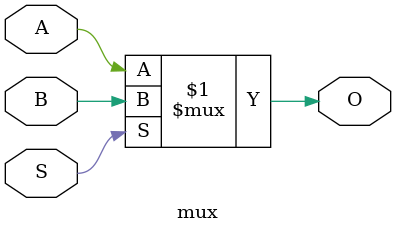
<source format=sv>
module mux(
    input logic A,
    input logic B,
    input logic S,
    output logic O
);

assign O = S ? B : A; // Mejor asi que como esta abajo

// Recomendable no usar reg ni wire, solo usar logic

// always_ff @( clock ) begin : blockName
    // Proceso secuencial
// end
// always_comb // Proceso totalmente combinatorio (Entradas dependen 100% de salidas)
//     if (S)
//         O = B;
//     else
//         O = A;

endmodule
</source>
